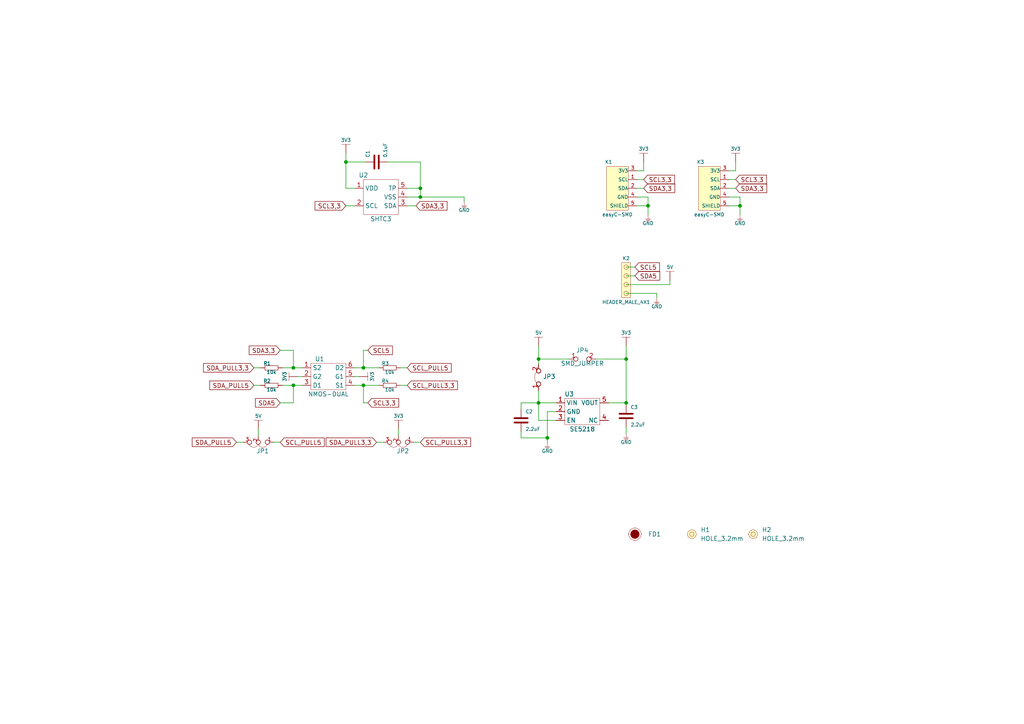
<source format=kicad_sch>
(kicad_sch (version 20210126) (generator eeschema)

  (paper "A4")

  (lib_symbols
    (symbol "e-radionica.com schematics:0603C" (pin_numbers hide) (pin_names (offset 0.002)) (in_bom yes) (on_board yes)
      (property "Reference" "C" (id 0) (at -0.635 3.175 0)
        (effects (font (size 1 1)))
      )
      (property "Value" "0603C" (id 1) (at 0 -3.175 0)
        (effects (font (size 1 1)))
      )
      (property "Footprint" "e-radionica.com footprinti:0603C" (id 2) (at 0 0 0)
        (effects (font (size 1 1)) hide)
      )
      (property "Datasheet" "" (id 3) (at 0 0 0)
        (effects (font (size 1 1)) hide)
      )
      (symbol "0603C_0_1"
        (polyline
          (pts
            (xy -0.635 1.905)
            (xy -0.635 -1.905)
          )
          (stroke (width 0.5)) (fill (type none))
        )
        (polyline
          (pts
            (xy 0.635 1.905)
            (xy 0.635 -1.905)
          )
          (stroke (width 0.5)) (fill (type none))
        )
      )
      (symbol "0603C_1_1"
        (pin passive line (at 3.175 0 180) (length 2.54)
          (name "~" (effects (font (size 1.27 1.27))))
          (number "2" (effects (font (size 1.27 1.27))))
        )
        (pin passive line (at -3.175 0 0) (length 2.54)
          (name "~" (effects (font (size 1.27 1.27))))
          (number "1" (effects (font (size 1.27 1.27))))
        )
      )
    )
    (symbol "e-radionica.com schematics:0603R" (pin_numbers hide) (pin_names (offset 0.254)) (in_bom yes) (on_board yes)
      (property "Reference" "R" (id 0) (at -1.905 1.905 0)
        (effects (font (size 1 1)))
      )
      (property "Value" "0603R" (id 1) (at 0 -1.905 0)
        (effects (font (size 1 1)))
      )
      (property "Footprint" "e-radionica.com footprinti:0603R" (id 2) (at -0.635 1.905 0)
        (effects (font (size 1 1)) hide)
      )
      (property "Datasheet" "" (id 3) (at -0.635 1.905 0)
        (effects (font (size 1 1)) hide)
      )
      (symbol "0603R_0_1"
        (rectangle (start -1.905 0.635) (end -1.8796 -0.635)
          (stroke (width 0.1)) (fill (type none))
        )
        (rectangle (start -1.905 0.635) (end 1.905 0.6096)
          (stroke (width 0.1)) (fill (type none))
        )
        (rectangle (start -1.905 -0.635) (end 1.905 -0.6604)
          (stroke (width 0.1)) (fill (type none))
        )
        (rectangle (start 1.905 0.635) (end 1.9304 -0.635)
          (stroke (width 0.1)) (fill (type none))
        )
      )
      (symbol "0603R_1_1"
        (pin passive line (at -3.175 0 0) (length 1.27)
          (name "~" (effects (font (size 1.27 1.27))))
          (number "1" (effects (font (size 1.27 1.27))))
        )
        (pin passive line (at 3.175 0 180) (length 1.27)
          (name "~" (effects (font (size 1.27 1.27))))
          (number "2" (effects (font (size 1.27 1.27))))
        )
      )
    )
    (symbol "e-radionica.com schematics:3V3" (power) (pin_names (offset 0)) (in_bom yes) (on_board yes)
      (property "Reference" "#PWR" (id 0) (at 4.445 0 0)
        (effects (font (size 1 1)) hide)
      )
      (property "Value" "3V3" (id 1) (at 0 3.556 0)
        (effects (font (size 1 1)))
      )
      (property "Footprint" "" (id 2) (at 4.445 3.81 0)
        (effects (font (size 1 1)) hide)
      )
      (property "Datasheet" "" (id 3) (at 4.445 3.81 0)
        (effects (font (size 1 1)) hide)
      )
      (property "ki_keywords" "power-flag" (id 4) (at 0 0 0)
        (effects (font (size 1.27 1.27)) hide)
      )
      (property "ki_description" "Power symbol creates a global label with name \"+3V3\"" (id 5) (at 0 0 0)
        (effects (font (size 1.27 1.27)) hide)
      )
      (symbol "3V3_0_1"
        (polyline
          (pts
            (xy 0 0)
            (xy 0 2.54)
          )
          (stroke (width 0)) (fill (type none))
        )
        (polyline
          (pts
            (xy -1.27 2.54)
            (xy 1.27 2.54)
          )
          (stroke (width 0.0006)) (fill (type none))
        )
      )
      (symbol "3V3_1_1"
        (pin power_in line (at 0 0 90) (length 0) hide
          (name "3V3" (effects (font (size 1.27 1.27))))
          (number "1" (effects (font (size 1.27 1.27))))
        )
      )
    )
    (symbol "e-radionica.com schematics:5V" (power) (pin_names (offset 0)) (in_bom yes) (on_board yes)
      (property "Reference" "#PWR" (id 0) (at 4.445 0 0)
        (effects (font (size 1 1)) hide)
      )
      (property "Value" "5V" (id 1) (at 0 3.556 0)
        (effects (font (size 1 1)))
      )
      (property "Footprint" "" (id 2) (at 4.445 3.81 0)
        (effects (font (size 1 1)) hide)
      )
      (property "Datasheet" "" (id 3) (at 4.445 3.81 0)
        (effects (font (size 1 1)) hide)
      )
      (property "ki_keywords" "power-flag" (id 4) (at 0 0 0)
        (effects (font (size 1.27 1.27)) hide)
      )
      (property "ki_description" "Power symbol creates a global label with name \"+3V3\"" (id 5) (at 0 0 0)
        (effects (font (size 1.27 1.27)) hide)
      )
      (symbol "5V_0_1"
        (polyline
          (pts
            (xy 0 0)
            (xy 0 2.54)
          )
          (stroke (width 0)) (fill (type none))
        )
        (polyline
          (pts
            (xy -1.27 2.54)
            (xy 1.27 2.54)
          )
          (stroke (width 0.0006)) (fill (type none))
        )
      )
      (symbol "5V_1_1"
        (pin power_in line (at 0 0 90) (length 0) hide
          (name "5V" (effects (font (size 1.27 1.27))))
          (number "1" (effects (font (size 1.27 1.27))))
        )
      )
    )
    (symbol "e-radionica.com schematics:Fiducial_Stencil" (pin_numbers hide) (pin_names hide) (in_bom yes) (on_board yes)
      (property "Reference" "FD?" (id 0) (at 0 3.048 0)
        (effects (font (size 1.27 1.27)))
      )
      (property "Value" "Fiducial_Stencil" (id 1) (at 0 -2.794 0)
        (effects (font (size 1.27 1.27)) hide)
      )
      (property "Footprint" "e-radionica.com footprinti:FIDUCIAL_1MM_PASTE" (id 2) (at 0 -6.35 0)
        (effects (font (size 1.27 1.27)) hide)
      )
      (property "Datasheet" "" (id 3) (at 0 0 0)
        (effects (font (size 1.27 1.27)) hide)
      )
      (symbol "Fiducial_Stencil_0_1"
        (circle (center 0 0) (radius 1.7961) (stroke (width 0.0006)) (fill (type none)))
        (circle (center 0 0) (radius 1.27) (stroke (width 0.001)) (fill (type outline)))
        (polyline
          (pts
            (xy 1.778 0)
            (xy 2.032 0)
          )
          (stroke (width 0.0006)) (fill (type none))
        )
        (polyline
          (pts
            (xy 0 1.778)
            (xy 0 2.032)
          )
          (stroke (width 0.0006)) (fill (type none))
        )
        (polyline
          (pts
            (xy -1.778 0)
            (xy -2.032 0)
          )
          (stroke (width 0.0006)) (fill (type none))
        )
        (polyline
          (pts
            (xy 0 -1.778)
            (xy 0 -2.032)
          )
          (stroke (width 0.0006)) (fill (type none))
        )
      )
    )
    (symbol "e-radionica.com schematics:GND" (power) (pin_names (offset 0)) (in_bom yes) (on_board yes)
      (property "Reference" "#PWR" (id 0) (at 4.445 0 0)
        (effects (font (size 1 1)) hide)
      )
      (property "Value" "GND" (id 1) (at 0 -2.921 0)
        (effects (font (size 1 1)))
      )
      (property "Footprint" "" (id 2) (at 4.445 3.81 0)
        (effects (font (size 1 1)) hide)
      )
      (property "Datasheet" "" (id 3) (at 4.445 3.81 0)
        (effects (font (size 1 1)) hide)
      )
      (property "ki_keywords" "power-flag" (id 4) (at 0 0 0)
        (effects (font (size 1.27 1.27)) hide)
      )
      (property "ki_description" "Power symbol creates a global label with name \"+3V3\"" (id 5) (at 0 0 0)
        (effects (font (size 1.27 1.27)) hide)
      )
      (symbol "GND_0_1"
        (polyline
          (pts
            (xy 0 0)
            (xy 0 -1.27)
          )
          (stroke (width 0.0006)) (fill (type none))
        )
        (polyline
          (pts
            (xy -0.762 -1.27)
            (xy 0.762 -1.27)
          )
          (stroke (width 0.0006)) (fill (type none))
        )
        (polyline
          (pts
            (xy -0.381 -1.778)
            (xy 0.381 -1.778)
          )
          (stroke (width 0.0006)) (fill (type none))
        )
        (polyline
          (pts
            (xy -0.127 -2.032)
            (xy 0.127 -2.032)
          )
          (stroke (width 0.0006)) (fill (type none))
        )
        (polyline
          (pts
            (xy -0.635 -1.524)
            (xy 0.635 -1.524)
          )
          (stroke (width 0.0006)) (fill (type none))
        )
      )
      (symbol "GND_1_1"
        (pin power_in line (at 0 0 270) (length 0) hide
          (name "GND" (effects (font (size 1.27 1.27))))
          (number "1" (effects (font (size 1.27 1.27))))
        )
      )
    )
    (symbol "e-radionica.com schematics:HEADER_MALE_4X1" (pin_numbers hide) (pin_names hide) (in_bom yes) (on_board yes)
      (property "Reference" "K" (id 0) (at -0.635 7.62 0)
        (effects (font (size 1 1)))
      )
      (property "Value" "HEADER_MALE_4X1" (id 1) (at 0 -5.08 0)
        (effects (font (size 1 1)))
      )
      (property "Footprint" "e-radionica.com footprinti:HEADER_MALE_4X1" (id 2) (at 0 -2.54 0)
        (effects (font (size 1 1)) hide)
      )
      (property "Datasheet" "" (id 3) (at 0 -2.54 0)
        (effects (font (size 1 1)) hide)
      )
      (symbol "HEADER_MALE_4X1_0_1"
        (circle (center 0 -2.54) (radius 0.635) (stroke (width 0.0006)) (fill (type none)))
        (circle (center 0 0) (radius 0.635) (stroke (width 0.0006)) (fill (type none)))
        (circle (center 0 2.54) (radius 0.635) (stroke (width 0.0006)) (fill (type none)))
        (circle (center 0 5.08) (radius 0.635) (stroke (width 0.0006)) (fill (type none)))
        (rectangle (start 1.27 -3.81) (end -1.27 6.35)
          (stroke (width 0.001)) (fill (type background))
        )
      )
      (symbol "HEADER_MALE_4X1_1_1"
        (pin passive line (at 0 -2.54 180) (length 0)
          (name "~" (effects (font (size 1 1))))
          (number "1" (effects (font (size 1 1))))
        )
        (pin passive line (at 0 0 180) (length 0)
          (name "~" (effects (font (size 1 1))))
          (number "2" (effects (font (size 1 1))))
        )
        (pin passive line (at 0 2.54 180) (length 0)
          (name "~" (effects (font (size 1 1))))
          (number "3" (effects (font (size 1 1))))
        )
        (pin passive line (at 0 5.08 180) (length 0)
          (name "~" (effects (font (size 1 1))))
          (number "4" (effects (font (size 1 1))))
        )
      )
    )
    (symbol "e-radionica.com schematics:HOLE_3.2mm" (pin_numbers hide) (pin_names hide) (in_bom yes) (on_board yes)
      (property "Reference" "H" (id 0) (at 0 2.54 0)
        (effects (font (size 1.27 1.27)))
      )
      (property "Value" "HOLE_3.2mm" (id 1) (at 0 -2.54 0)
        (effects (font (size 1.27 1.27)))
      )
      (property "Footprint" "e-radionica.com footprinti:HOLE_3.2mm" (id 2) (at 0 0 0)
        (effects (font (size 1.27 1.27)) hide)
      )
      (property "Datasheet" "" (id 3) (at 0 0 0)
        (effects (font (size 1.27 1.27)) hide)
      )
      (symbol "HOLE_3.2mm_0_1"
        (circle (center 0 0) (radius 1.27) (stroke (width 0.001)) (fill (type background)))
        (circle (center 0 0) (radius 0.635) (stroke (width 0.0006)) (fill (type none)))
      )
    )
    (symbol "e-radionica.com schematics:NMOS-DUAL" (in_bom yes) (on_board yes)
      (property "Reference" "U" (id 0) (at -3.81 5.08 0)
        (effects (font (size 1.27 1.27)))
      )
      (property "Value" "NMOS-DUAL" (id 1) (at 0 -5.08 0)
        (effects (font (size 1.27 1.27)))
      )
      (property "Footprint" "e-radionica.com footprinti:SOT-363" (id 2) (at 0 -7.62 0)
        (effects (font (size 1.27 1.27)) hide)
      )
      (property "Datasheet" "" (id 3) (at 0 -2.54 0)
        (effects (font (size 1.27 1.27)) hide)
      )
      (symbol "NMOS-DUAL_0_1"
        (rectangle (start -5.08 3.81) (end 5.08 -3.81)
          (stroke (width 0.0006)) (fill (type none))
        )
      )
      (symbol "NMOS-DUAL_1_1"
        (pin input line (at -7.62 2.54 0) (length 2.54)
          (name "S2" (effects (font (size 1.27 1.27))))
          (number "1" (effects (font (size 1.27 1.27))))
        )
        (pin input line (at -7.62 0 0) (length 2.54)
          (name "G2" (effects (font (size 1.27 1.27))))
          (number "2" (effects (font (size 1.27 1.27))))
        )
        (pin input line (at -7.62 -2.54 0) (length 2.54)
          (name "D1" (effects (font (size 1.27 1.27))))
          (number "3" (effects (font (size 1.27 1.27))))
        )
        (pin input line (at 7.62 -2.54 180) (length 2.54)
          (name "S1" (effects (font (size 1.27 1.27))))
          (number "4" (effects (font (size 1.27 1.27))))
        )
        (pin input line (at 7.62 0 180) (length 2.54)
          (name "G1" (effects (font (size 1.27 1.27))))
          (number "5" (effects (font (size 1.27 1.27))))
        )
        (pin input line (at 7.62 2.54 180) (length 2.54)
          (name "D2" (effects (font (size 1.27 1.27))))
          (number "6" (effects (font (size 1.27 1.27))))
        )
      )
    )
    (symbol "e-radionica.com schematics:SE5218" (in_bom yes) (on_board yes)
      (property "Reference" "U" (id 0) (at -3.81 5.08 0)
        (effects (font (size 1.27 1.27)))
      )
      (property "Value" "SE5218" (id 1) (at 0 -5.08 0)
        (effects (font (size 1.27 1.27)))
      )
      (property "Footprint" "e-radionica.com footprinti:SOT-23-5" (id 2) (at 0 0 0)
        (effects (font (size 1.27 1.27)) hide)
      )
      (property "Datasheet" "" (id 3) (at 0 0 0)
        (effects (font (size 1.27 1.27)) hide)
      )
      (symbol "SE5218_0_1"
        (rectangle (start -5.08 3.81) (end 5.08 -3.81)
          (stroke (width 0.0006)) (fill (type none))
        )
      )
      (symbol "SE5218_1_1"
        (pin power_in line (at -7.62 2.54 0) (length 2.54)
          (name "VIN" (effects (font (size 1.27 1.27))))
          (number "1" (effects (font (size 1.27 1.27))))
        )
        (pin power_in line (at -7.62 0 0) (length 2.54)
          (name "GND" (effects (font (size 1.27 1.27))))
          (number "2" (effects (font (size 1.27 1.27))))
        )
        (pin input line (at -7.62 -2.54 0) (length 2.54)
          (name "EN" (effects (font (size 1.27 1.27))))
          (number "3" (effects (font (size 1.27 1.27))))
        )
        (pin passive line (at 7.62 -2.54 180) (length 2.54)
          (name "NC" (effects (font (size 1.27 1.27))))
          (number "4" (effects (font (size 1.27 1.27))))
        )
        (pin power_out line (at 7.62 2.54 180) (length 2.54)
          (name "VOUT" (effects (font (size 1.27 1.27))))
          (number "5" (effects (font (size 1.27 1.27))))
        )
      )
    )
    (symbol "e-radionica.com schematics:SHTC3" (in_bom yes) (on_board yes)
      (property "Reference" "U" (id 0) (at -3.81 8.89 0)
        (effects (font (size 1.27 1.27)))
      )
      (property "Value" "SHTC3" (id 1) (at 0 -3.81 0)
        (effects (font (size 1.27 1.27)))
      )
      (property "Footprint" "e-radionica.com footprinti:SHTC3" (id 2) (at 0 -6.35 0)
        (effects (font (size 1.27 1.27)) hide)
      )
      (property "Datasheet" "" (id 3) (at 0 0 0)
        (effects (font (size 1.27 1.27)) hide)
      )
      (symbol "SHTC3_0_1"
        (rectangle (start -5.08 7.62) (end 5.08 -2.54)
          (stroke (width 0.0006)) (fill (type none))
        )
      )
      (symbol "SHTC3_1_1"
        (pin power_in line (at -7.62 5.08 0) (length 2.54)
          (name "VDD" (effects (font (size 1.27 1.27))))
          (number "1" (effects (font (size 1.27 1.27))))
        )
        (pin bidirectional line (at -7.62 0 0) (length 2.54)
          (name "SCL" (effects (font (size 1.27 1.27))))
          (number "2" (effects (font (size 1.27 1.27))))
        )
        (pin bidirectional line (at 7.62 0 180) (length 2.54)
          (name "SDA" (effects (font (size 1.27 1.27))))
          (number "3" (effects (font (size 1.27 1.27))))
        )
        (pin power_in line (at 7.62 2.54 180) (length 2.54)
          (name "VSS" (effects (font (size 1.27 1.27))))
          (number "4" (effects (font (size 1.27 1.27))))
        )
        (pin power_in line (at 7.62 5.08 180) (length 2.54)
          (name "TP" (effects (font (size 1.27 1.27))))
          (number "5" (effects (font (size 1.27 1.27))))
        )
      )
    )
    (symbol "e-radionica.com schematics:SMD-JUMPER-CONNECTED_TRACE_NOSLODERMASK" (in_bom yes) (on_board yes)
      (property "Reference" "JP" (id 0) (at 0 3.556 0)
        (effects (font (size 1.27 1.27)))
      )
      (property "Value" "SMD-JUMPER-CONNECTED_TRACE_NOSLODERMASK" (id 1) (at 0 -2.54 0)
        (effects (font (size 1.27 1.27)))
      )
      (property "Footprint" "e-radionica.com footprinti:SMD-JUMPER-CONNECTED_TRACE_NOSLODERMASK" (id 2) (at 0 0 0)
        (effects (font (size 1.27 1.27)) hide)
      )
      (property "Datasheet" "" (id 3) (at 0 0 0)
        (effects (font (size 1.27 1.27)) hide)
      )
      (symbol "SMD-JUMPER-CONNECTED_TRACE_NOSLODERMASK_0_1"
        (arc (start -1.8034 0.5588) (end 1.397 0.5842) (radius (at -0.1875 -1.4124) (length 2.5489) (angles 129.3 51.6))
          (stroke (width 0.0006)) (fill (type none))
        )
      )
      (symbol "SMD-JUMPER-CONNECTED_TRACE_NOSLODERMASK_1_1"
        (pin passive inverted (at -4.064 0 0) (length 2.54)
          (name "" (effects (font (size 1.27 1.27))))
          (number "1" (effects (font (size 1.27 1.27))))
        )
        (pin passive inverted (at 3.556 0 180) (length 2.54)
          (name "" (effects (font (size 1.27 1.27))))
          (number "2" (effects (font (size 1.27 1.27))))
        )
      )
    )
    (symbol "e-radionica.com schematics:SMD_JUMPER" (in_bom yes) (on_board yes)
      (property "Reference" "JP" (id 0) (at 0 1.397 0)
        (effects (font (size 1.27 1.27)))
      )
      (property "Value" "SMD_JUMPER" (id 1) (at 0.508 -3.048 0)
        (effects (font (size 1.27 1.27)))
      )
      (property "Footprint" "e-radionica.com footprinti:SMD_JUMPER" (id 2) (at 0 0 0)
        (effects (font (size 1.27 1.27)) hide)
      )
      (property "Datasheet" "" (id 3) (at 0 0 0)
        (effects (font (size 1.27 1.27)) hide)
      )
      (symbol "SMD_JUMPER_1_1"
        (pin passive inverted (at -3.81 0 0) (length 2.54)
          (name "" (effects (font (size 1.27 1.27))))
          (number "1" (effects (font (size 1.27 1.27))))
        )
        (pin passive inverted (at 3.81 0 180) (length 2.54)
          (name "" (effects (font (size 1.27 1.27))))
          (number "2" (effects (font (size 1.27 1.27))))
        )
      )
    )
    (symbol "e-radionica.com schematics:SMD_JUMPER_3_PAD_TRACE" (in_bom yes) (on_board yes)
      (property "Reference" "JP" (id 0) (at 0.0254 5.461 0)
        (effects (font (size 1.27 1.27)))
      )
      (property "Value" "SMD_JUMPER_3_PAD_TRACE" (id 1) (at 0.3048 -4.572 0)
        (effects (font (size 1.27 1.27)))
      )
      (property "Footprint" "e-radionica.com footprinti:SMD_JUMPER_3_PAD_TRACE" (id 2) (at 0 -1.27 0)
        (effects (font (size 1.27 1.27)) hide)
      )
      (property "Datasheet" "" (id 3) (at 0 0 0)
        (effects (font (size 1.27 1.27)) hide)
      )
      (symbol "SMD_JUMPER_3_PAD_TRACE_0_1"
        (arc (start -2.6162 0.6096) (end 0 0.5842) (radius (at -1.3133 0.057) (length 1.4152) (angles 157 21.9))
          (stroke (width 0.0006)) (fill (type none))
        )
        (arc (start 0 0.6096) (end 2.5908 0.6604) (radius (at 1.308 -0.0085) (length 1.4467) (angles 154.7 27.5))
          (stroke (width 0.0006)) (fill (type none))
        )
      )
      (symbol "SMD_JUMPER_3_PAD_TRACE_1_1"
        (pin passive inverted (at -4.5212 -0.0254 0) (length 2.54)
          (name "" (effects (font (size 1 1))))
          (number "1" (effects (font (size 1 1))))
        )
        (pin passive inverted (at 0.0254 -1.9304 90) (length 2.54)
          (name "" (effects (font (size 1 1))))
          (number "2" (effects (font (size 1 1))))
        )
        (pin passive inverted (at 4.4704 0 180) (length 2.54)
          (name "" (effects (font (size 1 1))))
          (number "3" (effects (font (size 1 1))))
        )
      )
    )
    (symbol "e-radionica.com schematics:easyC-SMD" (pin_names (offset 0.002)) (in_bom yes) (on_board yes)
      (property "Reference" "K" (id 0) (at -2.54 10.16 0)
        (effects (font (size 1 1)))
      )
      (property "Value" "easyC-SMD" (id 1) (at 0 -5.08 0)
        (effects (font (size 1 1)))
      )
      (property "Footprint" "e-radionica.com footprinti:easyC-connector" (id 2) (at 3.175 2.54 0)
        (effects (font (size 1 1)) hide)
      )
      (property "Datasheet" "" (id 3) (at 3.175 2.54 0)
        (effects (font (size 1 1)) hide)
      )
      (symbol "easyC-SMD_0_1"
        (rectangle (start -3.175 8.89) (end 3.175 -3.81)
          (stroke (width 0.001)) (fill (type background))
        )
      )
      (symbol "easyC-SMD_1_1"
        (pin passive line (at 5.715 5.08 180) (length 2.54)
          (name "SCL" (effects (font (size 1 1))))
          (number "1" (effects (font (size 1 1))))
        )
        (pin passive line (at 5.715 2.54 180) (length 2.54)
          (name "SDA" (effects (font (size 1 1))))
          (number "2" (effects (font (size 1 1))))
        )
        (pin passive line (at 5.715 7.62 180) (length 2.54)
          (name "3V3" (effects (font (size 1 1))))
          (number "3" (effects (font (size 1 1))))
        )
        (pin passive line (at 5.715 0 180) (length 2.54)
          (name "GND" (effects (font (size 1 1))))
          (number "4" (effects (font (size 1 1))))
        )
        (pin passive line (at 5.715 -2.54 180) (length 2.54)
          (name "SHIELD" (effects (font (size 1 1))))
          (number "5" (effects (font (size 1 1))))
        )
      )
    )
  )

  (junction (at 85.09 106.68) (diameter 0.9144) (color 0 0 0 0))
  (junction (at 85.09 111.76) (diameter 0.9144) (color 0 0 0 0))
  (junction (at 100.33 46.99) (diameter 0.9144) (color 0 0 0 0))
  (junction (at 105.41 106.68) (diameter 0.9144) (color 0 0 0 0))
  (junction (at 105.41 111.76) (diameter 0.9144) (color 0 0 0 0))
  (junction (at 121.92 54.61) (diameter 0.9144) (color 0 0 0 0))
  (junction (at 121.92 57.15) (diameter 0.9144) (color 0 0 0 0))
  (junction (at 156.21 104.14) (diameter 0.9144) (color 0 0 0 0))
  (junction (at 156.21 116.84) (diameter 0.9144) (color 0 0 0 0))
  (junction (at 158.75 127) (diameter 0.9144) (color 0 0 0 0))
  (junction (at 181.61 104.14) (diameter 0.9144) (color 0 0 0 0))
  (junction (at 181.61 116.84) (diameter 0.9144) (color 0 0 0 0))
  (junction (at 187.96 59.69) (diameter 0.9144) (color 0 0 0 0))
  (junction (at 214.63 59.69) (diameter 0.9144) (color 0 0 0 0))

  (wire (pts (xy 68.58 128.27) (xy 70.4596 128.27))
    (stroke (width 0) (type solid) (color 0 0 0 0))
    (uuid 8391ce23-9c99-41a7-b494-f64ca6502f91)
  )
  (wire (pts (xy 73.66 106.68) (xy 75.565 106.68))
    (stroke (width 0) (type solid) (color 0 0 0 0))
    (uuid de2ee380-0f3f-4492-94c3-ddf299967ad7)
  )
  (wire (pts (xy 73.66 111.76) (xy 75.565 111.76))
    (stroke (width 0) (type solid) (color 0 0 0 0))
    (uuid 5557b9aa-bd53-4fde-a2ec-a5582b5898cf)
  )
  (wire (pts (xy 74.9046 124.46) (xy 74.93 124.46))
    (stroke (width 0) (type solid) (color 0 0 0 0))
    (uuid 2e8302ba-bf39-4d93-a13b-e73a72c86ecf)
  )
  (wire (pts (xy 74.9046 126.3396) (xy 74.9046 124.46))
    (stroke (width 0) (type solid) (color 0 0 0 0))
    (uuid 32d51c2b-dd4d-4d5d-810a-e1919a0597b9)
  )
  (wire (pts (xy 79.4512 128.2446) (xy 81.28 128.2446))
    (stroke (width 0) (type solid) (color 0 0 0 0))
    (uuid 66f6f04c-d9ae-4fee-9ed2-7b6b450eac84)
  )
  (wire (pts (xy 81.28 101.6) (xy 85.09 101.6))
    (stroke (width 0) (type solid) (color 0 0 0 0))
    (uuid b8b3fc86-b66d-491e-b1fb-0ef36b5a04b5)
  )
  (wire (pts (xy 81.28 116.84) (xy 85.09 116.84))
    (stroke (width 0) (type solid) (color 0 0 0 0))
    (uuid 9f534a2c-06da-405b-be23-9767a6370bc7)
  )
  (wire (pts (xy 81.28 128.2446) (xy 81.28 128.27))
    (stroke (width 0) (type solid) (color 0 0 0 0))
    (uuid 23855902-efc9-45e7-95c5-1a571e911350)
  )
  (wire (pts (xy 81.915 106.68) (xy 85.09 106.68))
    (stroke (width 0) (type solid) (color 0 0 0 0))
    (uuid 1d863994-a1a8-44b9-b18f-cc5480fcd179)
  )
  (wire (pts (xy 81.915 111.76) (xy 85.09 111.76))
    (stroke (width 0) (type solid) (color 0 0 0 0))
    (uuid 99949a17-5dab-4b46-9088-1f66b34a4f7f)
  )
  (wire (pts (xy 85.09 101.6) (xy 85.09 106.68))
    (stroke (width 0) (type solid) (color 0 0 0 0))
    (uuid e95bd198-eaf6-4b5e-805d-504badde0772)
  )
  (wire (pts (xy 85.09 106.68) (xy 87.63 106.68))
    (stroke (width 0) (type solid) (color 0 0 0 0))
    (uuid bda5d48f-946e-41b6-bf2c-c58ee9a8cc37)
  )
  (wire (pts (xy 85.09 111.76) (xy 87.63 111.76))
    (stroke (width 0) (type solid) (color 0 0 0 0))
    (uuid 02cdb88a-2d30-46c2-8380-0f4e077b45fd)
  )
  (wire (pts (xy 85.09 116.84) (xy 85.09 111.76))
    (stroke (width 0) (type solid) (color 0 0 0 0))
    (uuid c2a26c71-6bad-481b-9f83-503923ca3051)
  )
  (wire (pts (xy 86.36 109.22) (xy 87.63 109.22))
    (stroke (width 0) (type solid) (color 0 0 0 0))
    (uuid 9ad736e0-92a9-4280-99f2-12a7108b900b)
  )
  (wire (pts (xy 100.33 44.45) (xy 100.33 46.99))
    (stroke (width 0) (type solid) (color 0 0 0 0))
    (uuid f1a125e6-6d5d-40cc-be77-78e6a2605098)
  )
  (wire (pts (xy 100.33 46.99) (xy 100.33 54.61))
    (stroke (width 0) (type solid) (color 0 0 0 0))
    (uuid f1a125e6-6d5d-40cc-be77-78e6a2605098)
  )
  (wire (pts (xy 100.33 46.99) (xy 106.045 46.99))
    (stroke (width 0) (type solid) (color 0 0 0 0))
    (uuid 24c59ca9-aeba-4f08-ab83-a5a3d97c6d49)
  )
  (wire (pts (xy 100.33 59.69) (xy 102.87 59.69))
    (stroke (width 0) (type solid) (color 0 0 0 0))
    (uuid 10ec9de8-0347-4dba-9fe3-4c4d331153c5)
  )
  (wire (pts (xy 102.87 54.61) (xy 100.33 54.61))
    (stroke (width 0) (type solid) (color 0 0 0 0))
    (uuid 29e6a42f-55ef-4cec-9b4d-9808589b70fb)
  )
  (wire (pts (xy 102.87 106.68) (xy 105.41 106.68))
    (stroke (width 0) (type solid) (color 0 0 0 0))
    (uuid 32bf70cd-a41d-48a4-8f46-49460ded5ba3)
  )
  (wire (pts (xy 102.87 109.22) (xy 104.14 109.22))
    (stroke (width 0) (type solid) (color 0 0 0 0))
    (uuid 009997d6-1245-471a-aec4-55cb20d9df6c)
  )
  (wire (pts (xy 102.87 111.76) (xy 105.41 111.76))
    (stroke (width 0) (type solid) (color 0 0 0 0))
    (uuid 89581dd8-ad43-4014-99c8-aa0ea4e9b309)
  )
  (wire (pts (xy 105.41 101.6) (xy 105.41 106.68))
    (stroke (width 0) (type solid) (color 0 0 0 0))
    (uuid a7527419-ae1a-438f-88fd-435c75c83cf7)
  )
  (wire (pts (xy 105.41 106.68) (xy 109.855 106.68))
    (stroke (width 0) (type solid) (color 0 0 0 0))
    (uuid 7625652c-4a0f-4016-875b-80b13b6282b7)
  )
  (wire (pts (xy 105.41 111.76) (xy 109.855 111.76))
    (stroke (width 0) (type solid) (color 0 0 0 0))
    (uuid 1cb4625c-c608-49df-aee0-fbab59337599)
  )
  (wire (pts (xy 105.41 116.84) (xy 105.41 111.76))
    (stroke (width 0) (type solid) (color 0 0 0 0))
    (uuid 7b9f14fc-adf8-4fbd-9e00-0f54bcae7f56)
  )
  (wire (pts (xy 106.68 101.6) (xy 105.41 101.6))
    (stroke (width 0) (type solid) (color 0 0 0 0))
    (uuid f74f223d-eb61-4d01-bfd3-bc622dc0564e)
  )
  (wire (pts (xy 106.68 116.84) (xy 105.41 116.84))
    (stroke (width 0) (type solid) (color 0 0 0 0))
    (uuid 824f095e-6fcb-44b8-9cbe-5748b6cfae2e)
  )
  (wire (pts (xy 109.22 128.27) (xy 111.0996 128.27))
    (stroke (width 0) (type solid) (color 0 0 0 0))
    (uuid 70229038-44da-4a93-8011-8cdc2aaf3de7)
  )
  (wire (pts (xy 112.395 46.99) (xy 121.92 46.99))
    (stroke (width 0) (type solid) (color 0 0 0 0))
    (uuid 8284c22e-73d0-4300-bab8-65b5be9eda3c)
  )
  (wire (pts (xy 115.5446 124.46) (xy 115.57 124.46))
    (stroke (width 0) (type solid) (color 0 0 0 0))
    (uuid 9c9e8224-9b96-482f-984b-09a6240fd830)
  )
  (wire (pts (xy 115.5446 126.3396) (xy 115.5446 124.46))
    (stroke (width 0) (type solid) (color 0 0 0 0))
    (uuid 1a735a0c-daf7-45b3-89fc-4d7372663057)
  )
  (wire (pts (xy 116.205 106.68) (xy 118.11 106.68))
    (stroke (width 0) (type solid) (color 0 0 0 0))
    (uuid b6c67a40-fd4b-477e-a3f1-ff85939d2b50)
  )
  (wire (pts (xy 116.205 111.76) (xy 118.11 111.76))
    (stroke (width 0) (type solid) (color 0 0 0 0))
    (uuid 958ffaaa-ae49-421a-b4d1-976ee68990fa)
  )
  (wire (pts (xy 118.11 54.61) (xy 121.92 54.61))
    (stroke (width 0) (type solid) (color 0 0 0 0))
    (uuid 11a83d00-e560-4739-8bfc-e666b447f938)
  )
  (wire (pts (xy 118.11 57.15) (xy 121.92 57.15))
    (stroke (width 0) (type solid) (color 0 0 0 0))
    (uuid e1cebfea-7c46-40e3-a9e9-42dec4c92540)
  )
  (wire (pts (xy 118.11 59.69) (xy 120.65 59.69))
    (stroke (width 0) (type solid) (color 0 0 0 0))
    (uuid 92d32e9a-3a8b-4ac1-be88-6d6d69de653f)
  )
  (wire (pts (xy 120.0912 128.2446) (xy 120.0912 128.27))
    (stroke (width 0) (type solid) (color 0 0 0 0))
    (uuid ed885530-cb2d-4243-bc4d-d5bec65b3e18)
  )
  (wire (pts (xy 120.0912 128.27) (xy 121.92 128.27))
    (stroke (width 0) (type solid) (color 0 0 0 0))
    (uuid 8007a0dc-8075-49ac-a612-b1aaae470bf3)
  )
  (wire (pts (xy 121.92 46.99) (xy 121.92 54.61))
    (stroke (width 0) (type solid) (color 0 0 0 0))
    (uuid ba5faa58-5482-4622-a4e9-b047fb9619c1)
  )
  (wire (pts (xy 121.92 54.61) (xy 121.92 57.15))
    (stroke (width 0) (type solid) (color 0 0 0 0))
    (uuid ba5faa58-5482-4622-a4e9-b047fb9619c1)
  )
  (wire (pts (xy 121.92 57.15) (xy 134.62 57.15))
    (stroke (width 0) (type solid) (color 0 0 0 0))
    (uuid e1cebfea-7c46-40e3-a9e9-42dec4c92540)
  )
  (wire (pts (xy 134.62 57.15) (xy 134.62 58.42))
    (stroke (width 0) (type solid) (color 0 0 0 0))
    (uuid e1cebfea-7c46-40e3-a9e9-42dec4c92540)
  )
  (wire (pts (xy 151.13 116.84) (xy 156.21 116.84))
    (stroke (width 0) (type solid) (color 0 0 0 0))
    (uuid 4f0463f7-5c59-4e4a-9313-ca3814a92126)
  )
  (wire (pts (xy 151.13 118.745) (xy 151.13 116.84))
    (stroke (width 0) (type solid) (color 0 0 0 0))
    (uuid 04d3bed6-5463-42b3-aab5-b7ca4b7b1f37)
  )
  (wire (pts (xy 151.13 125.095) (xy 151.13 127))
    (stroke (width 0) (type solid) (color 0 0 0 0))
    (uuid b54efca7-3a79-404d-99dc-4ba4e5cdc66a)
  )
  (wire (pts (xy 151.13 127) (xy 158.75 127))
    (stroke (width 0) (type solid) (color 0 0 0 0))
    (uuid 773e74c3-9ce1-4350-ae70-28c661d9e95a)
  )
  (wire (pts (xy 156.21 100.33) (xy 156.21 104.14))
    (stroke (width 0) (type solid) (color 0 0 0 0))
    (uuid 23613c12-cd0c-42ec-96c5-186ef0c4e92a)
  )
  (wire (pts (xy 156.21 104.14) (xy 156.21 105.664))
    (stroke (width 0) (type solid) (color 0 0 0 0))
    (uuid 2e19d192-0205-471e-a4f3-0b2ba07b541d)
  )
  (wire (pts (xy 156.21 104.14) (xy 165.1 104.14))
    (stroke (width 0) (type solid) (color 0 0 0 0))
    (uuid e2e13ebd-6a2e-498e-a812-757c52440d51)
  )
  (wire (pts (xy 156.21 113.284) (xy 156.21 116.84))
    (stroke (width 0) (type solid) (color 0 0 0 0))
    (uuid f327010d-d89b-43eb-96eb-2622e15d0e2f)
  )
  (wire (pts (xy 156.21 121.92) (xy 156.21 116.84))
    (stroke (width 0) (type solid) (color 0 0 0 0))
    (uuid 0a5bcc4c-dff0-4776-ab7f-28ea8a761197)
  )
  (wire (pts (xy 158.75 119.38) (xy 158.75 127))
    (stroke (width 0) (type solid) (color 0 0 0 0))
    (uuid 5c992f54-feb6-409a-9a1e-4180f1518877)
  )
  (wire (pts (xy 158.75 127) (xy 158.75 128.27))
    (stroke (width 0) (type solid) (color 0 0 0 0))
    (uuid b48ac29d-caff-4d9b-b4e4-0397a3fccb70)
  )
  (wire (pts (xy 161.29 116.84) (xy 156.21 116.84))
    (stroke (width 0) (type solid) (color 0 0 0 0))
    (uuid 23b285a4-e267-48db-881f-d7b1434e44ed)
  )
  (wire (pts (xy 161.29 119.38) (xy 158.75 119.38))
    (stroke (width 0) (type solid) (color 0 0 0 0))
    (uuid 350fe26b-0fba-4ae4-8831-670396d5ef62)
  )
  (wire (pts (xy 161.29 121.92) (xy 156.21 121.92))
    (stroke (width 0) (type solid) (color 0 0 0 0))
    (uuid 06d8fbea-971b-4b49-b150-478823314410)
  )
  (wire (pts (xy 172.72 104.14) (xy 181.61 104.14))
    (stroke (width 0) (type solid) (color 0 0 0 0))
    (uuid 9e190f7b-3f18-436a-b149-f72d4cf32abe)
  )
  (wire (pts (xy 176.53 116.84) (xy 181.61 116.84))
    (stroke (width 0) (type solid) (color 0 0 0 0))
    (uuid 76b1ca97-5b22-4c82-bd11-710230b84e47)
  )
  (wire (pts (xy 181.61 77.47) (xy 184.15 77.47))
    (stroke (width 0) (type solid) (color 0 0 0 0))
    (uuid 38a12f41-bf04-4e6c-a66d-2d58c4a8163a)
  )
  (wire (pts (xy 181.61 80.01) (xy 184.15 80.01))
    (stroke (width 0) (type solid) (color 0 0 0 0))
    (uuid 9c778a9c-bc7d-4248-a262-2f78f695c367)
  )
  (wire (pts (xy 181.61 82.55) (xy 194.31 82.55))
    (stroke (width 0) (type solid) (color 0 0 0 0))
    (uuid cab01e2b-b76a-4274-bf76-a6edfae8688e)
  )
  (wire (pts (xy 181.61 85.09) (xy 190.5 85.09))
    (stroke (width 0) (type solid) (color 0 0 0 0))
    (uuid bf2e32dd-a898-4322-ae1d-7bcb836f6ed3)
  )
  (wire (pts (xy 181.61 104.14) (xy 181.61 100.33))
    (stroke (width 0) (type solid) (color 0 0 0 0))
    (uuid ea923a73-6835-4643-8c63-7e0c73d8fc26)
  )
  (wire (pts (xy 181.61 104.14) (xy 181.61 116.84))
    (stroke (width 0) (type solid) (color 0 0 0 0))
    (uuid 2111c50d-2056-4898-8c5c-fb040bdd4c6d)
  )
  (wire (pts (xy 181.61 116.84) (xy 181.61 117.475))
    (stroke (width 0) (type solid) (color 0 0 0 0))
    (uuid facbbb33-2b79-4693-9b45-4be77b7042c7)
  )
  (wire (pts (xy 181.61 123.825) (xy 181.61 125.73))
    (stroke (width 0) (type solid) (color 0 0 0 0))
    (uuid 738946f8-125b-4a78-9d4b-8217487bd67e)
  )
  (wire (pts (xy 184.785 49.53) (xy 186.69 49.53))
    (stroke (width 0) (type solid) (color 0 0 0 0))
    (uuid 1b39aee0-c0bf-4efc-ad47-c93600da45f5)
  )
  (wire (pts (xy 184.785 52.07) (xy 186.69 52.07))
    (stroke (width 0) (type solid) (color 0 0 0 0))
    (uuid 27d6f82a-cee2-4623-bbdb-c171aeeb97bb)
  )
  (wire (pts (xy 184.785 54.61) (xy 186.69 54.61))
    (stroke (width 0) (type solid) (color 0 0 0 0))
    (uuid 8b2e7645-a827-4064-a85f-fec6df32ce26)
  )
  (wire (pts (xy 184.785 57.15) (xy 187.96 57.15))
    (stroke (width 0) (type solid) (color 0 0 0 0))
    (uuid e73a9466-7be0-4518-ad73-12b95fcd1364)
  )
  (wire (pts (xy 184.785 59.69) (xy 187.96 59.69))
    (stroke (width 0) (type solid) (color 0 0 0 0))
    (uuid 1ddb76af-1e6b-44a3-939e-ab42b2e2b05b)
  )
  (wire (pts (xy 186.69 49.53) (xy 186.69 46.99))
    (stroke (width 0) (type solid) (color 0 0 0 0))
    (uuid c9934460-3750-435b-a57b-9d07a88d7bff)
  )
  (wire (pts (xy 187.96 57.15) (xy 187.96 59.69))
    (stroke (width 0) (type solid) (color 0 0 0 0))
    (uuid 23f4a875-f4f5-4538-92f7-b44ec665465a)
  )
  (wire (pts (xy 187.96 59.69) (xy 187.96 62.23))
    (stroke (width 0) (type solid) (color 0 0 0 0))
    (uuid 9a52ad2f-744e-4d67-8a18-d114e054e4d3)
  )
  (wire (pts (xy 190.5 85.09) (xy 190.5 86.36))
    (stroke (width 0) (type solid) (color 0 0 0 0))
    (uuid 9598a340-bd2f-4a9c-8a5c-1cdb88d14630)
  )
  (wire (pts (xy 194.31 82.55) (xy 194.31 81.28))
    (stroke (width 0) (type solid) (color 0 0 0 0))
    (uuid 5c3baf8a-2e21-49f8-9419-3f49ee61f16a)
  )
  (wire (pts (xy 211.455 49.53) (xy 213.36 49.53))
    (stroke (width 0) (type solid) (color 0 0 0 0))
    (uuid f3aa3775-19ee-45e9-ad7e-4c3780caf40b)
  )
  (wire (pts (xy 211.455 52.07) (xy 213.36 52.07))
    (stroke (width 0) (type solid) (color 0 0 0 0))
    (uuid 9d931e49-b823-49a2-9b33-02a898a17688)
  )
  (wire (pts (xy 211.455 54.61) (xy 213.36 54.61))
    (stroke (width 0) (type solid) (color 0 0 0 0))
    (uuid a0d7f5bc-0478-48f8-87df-0638f85b82b6)
  )
  (wire (pts (xy 211.455 57.15) (xy 214.63 57.15))
    (stroke (width 0) (type solid) (color 0 0 0 0))
    (uuid 4b4fa516-4f35-456d-928b-b1970986e9f9)
  )
  (wire (pts (xy 211.455 59.69) (xy 214.63 59.69))
    (stroke (width 0) (type solid) (color 0 0 0 0))
    (uuid b2b26b38-eddf-4b2f-96ae-261134d37363)
  )
  (wire (pts (xy 213.36 49.53) (xy 213.36 46.99))
    (stroke (width 0) (type solid) (color 0 0 0 0))
    (uuid ce8cce55-fdb0-4cc5-90fd-060ec9f793fd)
  )
  (wire (pts (xy 214.63 57.15) (xy 214.63 59.69))
    (stroke (width 0) (type solid) (color 0 0 0 0))
    (uuid 4ac94236-a91e-40dc-aea7-938ffc197c32)
  )
  (wire (pts (xy 214.63 59.69) (xy 214.63 62.23))
    (stroke (width 0) (type solid) (color 0 0 0 0))
    (uuid 2003e1b8-f57a-4106-8fd4-a190886b632f)
  )

  (global_label "SDA_PULL5" (shape input) (at 68.58 128.27 180)
    (effects (font (size 1.27 1.27)) (justify right))
    (uuid ab38c05d-40d5-43bc-aecb-4be0d18d80ed)
    (property "Intersheet References" "${INTERSHEET_REFS}" (id 0) (at 54.241 128.1906 0)
      (effects (font (size 1.27 1.27)) (justify right) hide)
    )
  )
  (global_label "SDA_PULL3,3" (shape input) (at 73.66 106.68 180)
    (effects (font (size 1.27 1.27)) (justify right))
    (uuid f5af4d8d-5d61-4166-90f8-a022d3e46f12)
    (property "Intersheet References" "${INTERSHEET_REFS}" (id 0) (at 57.5067 106.6006 0)
      (effects (font (size 1.27 1.27)) (justify right) hide)
    )
  )
  (global_label "SDA_PULL5" (shape input) (at 73.66 111.76 180)
    (effects (font (size 1.27 1.27)) (justify right))
    (uuid d2263c60-53cb-4b98-8b08-ecb2b9ff64e3)
    (property "Intersheet References" "${INTERSHEET_REFS}" (id 0) (at 59.321 111.6806 0)
      (effects (font (size 1.27 1.27)) (justify right) hide)
    )
  )
  (global_label "SDA3,3" (shape input) (at 81.28 101.6 180)
    (effects (font (size 1.27 1.27)) (justify right))
    (uuid 7f82ebc2-e81d-479d-a5c6-ec114cb6cf20)
    (property "Intersheet References" "${INTERSHEET_REFS}" (id 0) (at 70.751 101.5206 0)
      (effects (font (size 1.27 1.27)) (justify right) hide)
    )
  )
  (global_label "SDA5" (shape input) (at 81.28 116.84 180)
    (effects (font (size 1.27 1.27)) (justify right))
    (uuid ad46fbcb-9d1c-4dc2-83ec-f18d72910692)
    (property "Intersheet References" "${INTERSHEET_REFS}" (id 0) (at 72.5653 116.7606 0)
      (effects (font (size 1.27 1.27)) (justify right) hide)
    )
  )
  (global_label "SCL_PULL5" (shape input) (at 81.28 128.27 0)
    (effects (font (size 1.27 1.27)) (justify left))
    (uuid 66894c05-9821-4cfd-b6c7-69e4d63c7359)
    (property "Intersheet References" "${INTERSHEET_REFS}" (id 0) (at 95.5585 128.1906 0)
      (effects (font (size 1.27 1.27)) (justify left) hide)
    )
  )
  (global_label "SCL3,3" (shape input) (at 100.33 59.69 180)
    (effects (font (size 1.27 1.27)) (justify right))
    (uuid 4299413e-b67c-409f-aa06-4bfc3a44bd58)
    (property "Intersheet References" "${INTERSHEET_REFS}" (id 0) (at 89.8615 59.7694 0)
      (effects (font (size 1.27 1.27)) (justify right) hide)
    )
  )
  (global_label "SCL5" (shape input) (at 106.68 101.6 0)
    (effects (font (size 1.27 1.27)) (justify left))
    (uuid 4667da5e-e1ac-428d-8b87-56d0dc179a77)
    (property "Intersheet References" "${INTERSHEET_REFS}" (id 0) (at 115.3342 101.5206 0)
      (effects (font (size 1.27 1.27)) (justify left) hide)
    )
  )
  (global_label "SCL3,3" (shape input) (at 106.68 116.84 0)
    (effects (font (size 1.27 1.27)) (justify left))
    (uuid fe651877-81ed-4abd-b662-510cb1bf3fc8)
    (property "Intersheet References" "${INTERSHEET_REFS}" (id 0) (at 117.1485 116.7606 0)
      (effects (font (size 1.27 1.27)) (justify left) hide)
    )
  )
  (global_label "SDA_PULL3,3" (shape input) (at 109.22 128.27 180)
    (effects (font (size 1.27 1.27)) (justify right))
    (uuid 6e075f70-2609-4b5c-a7bc-cb344fc52540)
    (property "Intersheet References" "${INTERSHEET_REFS}" (id 0) (at 93.0667 128.1906 0)
      (effects (font (size 1.27 1.27)) (justify right) hide)
    )
  )
  (global_label "SCL_PULL5" (shape input) (at 118.11 106.68 0)
    (effects (font (size 1.27 1.27)) (justify left))
    (uuid cb23807c-09c3-4b7b-84a7-10c5268aec5c)
    (property "Intersheet References" "${INTERSHEET_REFS}" (id 0) (at 132.3885 106.6006 0)
      (effects (font (size 1.27 1.27)) (justify left) hide)
    )
  )
  (global_label "SCL_PULL3,3" (shape input) (at 118.11 111.76 0)
    (effects (font (size 1.27 1.27)) (justify left))
    (uuid 08eeebb1-f689-4aaf-9ee2-a8ccdecce07c)
    (property "Intersheet References" "${INTERSHEET_REFS}" (id 0) (at 134.2028 111.6806 0)
      (effects (font (size 1.27 1.27)) (justify left) hide)
    )
  )
  (global_label "SDA3,3" (shape input) (at 120.65 59.69 0)
    (effects (font (size 1.27 1.27)) (justify left))
    (uuid 5b1d1415-1198-4869-98e8-b70d3ee6ecc2)
    (property "Intersheet References" "${INTERSHEET_REFS}" (id 0) (at 131.179 59.7694 0)
      (effects (font (size 1.27 1.27)) (justify left) hide)
    )
  )
  (global_label "SCL_PULL3,3" (shape input) (at 121.92 128.27 0)
    (effects (font (size 1.27 1.27)) (justify left))
    (uuid 8b2f1f4a-b8a7-4d0c-a724-f4a3343493bc)
    (property "Intersheet References" "${INTERSHEET_REFS}" (id 0) (at 138.0128 128.1906 0)
      (effects (font (size 1.27 1.27)) (justify left) hide)
    )
  )
  (global_label "SCL5" (shape input) (at 184.15 77.47 0)
    (effects (font (size 1.27 1.27)) (justify left))
    (uuid 32ddb364-24c2-4b4a-bf76-6aa682575082)
    (property "Intersheet References" "${INTERSHEET_REFS}" (id 0) (at 192.8042 77.3906 0)
      (effects (font (size 1.27 1.27)) (justify left) hide)
    )
  )
  (global_label "SDA5" (shape input) (at 184.15 80.01 0)
    (effects (font (size 1.27 1.27)) (justify left))
    (uuid 03564df0-25cf-4dfc-a5c8-e75c360839ea)
    (property "Intersheet References" "${INTERSHEET_REFS}" (id 0) (at 192.8647 80.0894 0)
      (effects (font (size 1.27 1.27)) (justify left) hide)
    )
  )
  (global_label "SCL3,3" (shape input) (at 186.69 52.07 0)
    (effects (font (size 1.27 1.27)) (justify left))
    (uuid e29c0cf0-a260-4ead-bbed-f475b92e878b)
    (property "Intersheet References" "${INTERSHEET_REFS}" (id 0) (at 197.1585 51.9906 0)
      (effects (font (size 1.27 1.27)) (justify left) hide)
    )
  )
  (global_label "SDA3,3" (shape input) (at 186.69 54.61 0)
    (effects (font (size 1.27 1.27)) (justify left))
    (uuid f9e758ea-94a4-4eb4-b5c1-aa578bdb8c17)
    (property "Intersheet References" "${INTERSHEET_REFS}" (id 0) (at 197.219 54.6894 0)
      (effects (font (size 1.27 1.27)) (justify left) hide)
    )
  )
  (global_label "SCL3,3" (shape input) (at 213.36 52.07 0)
    (effects (font (size 1.27 1.27)) (justify left))
    (uuid 09a11ab2-7aca-489f-b3a8-896d409758b5)
    (property "Intersheet References" "${INTERSHEET_REFS}" (id 0) (at 223.8285 51.9906 0)
      (effects (font (size 1.27 1.27)) (justify left) hide)
    )
  )
  (global_label "SDA3,3" (shape input) (at 213.36 54.61 0)
    (effects (font (size 1.27 1.27)) (justify left))
    (uuid 3e07503f-5692-4a28-bf2d-3bc144fd6a6d)
    (property "Intersheet References" "${INTERSHEET_REFS}" (id 0) (at 223.889 54.6894 0)
      (effects (font (size 1.27 1.27)) (justify left) hide)
    )
  )

  (symbol (lib_id "e-radionica.com schematics:GND") (at 134.62 58.42 0) (unit 1)
    (in_bom yes) (on_board yes)
    (uuid 2c2dad83-2609-4f81-a6ec-c3a01d92b3ff)
    (property "Reference" "#PWR06" (id 0) (at 139.065 58.42 0)
      (effects (font (size 1 1)) hide)
    )
    (property "Value" "GND" (id 1) (at 134.62 60.96 0)
      (effects (font (size 1 1)))
    )
    (property "Footprint" "" (id 2) (at 139.065 54.61 0)
      (effects (font (size 1 1)) hide)
    )
    (property "Datasheet" "" (id 3) (at 139.065 54.61 0)
      (effects (font (size 1 1)) hide)
    )
    (pin "1" (uuid fed0bd48-665b-4bdc-b711-cb8c9ea0fb71))
  )

  (symbol (lib_id "e-radionica.com schematics:GND") (at 158.75 128.27 0) (unit 1)
    (in_bom yes) (on_board yes)
    (uuid fb6bae66-49bd-4fd8-9d70-ae078861914e)
    (property "Reference" "#PWR08" (id 0) (at 163.195 128.27 0)
      (effects (font (size 1 1)) hide)
    )
    (property "Value" "GND" (id 1) (at 158.75 130.81 0)
      (effects (font (size 1 1)))
    )
    (property "Footprint" "" (id 2) (at 163.195 124.46 0)
      (effects (font (size 1 1)) hide)
    )
    (property "Datasheet" "" (id 3) (at 163.195 124.46 0)
      (effects (font (size 1 1)) hide)
    )
    (pin "1" (uuid fed0bd48-665b-4bdc-b711-cb8c9ea0fb71))
  )

  (symbol (lib_id "e-radionica.com schematics:GND") (at 181.61 125.73 0) (unit 1)
    (in_bom yes) (on_board yes)
    (uuid aea0af2e-39f1-49fe-be39-c62f863af95c)
    (property "Reference" "#PWR010" (id 0) (at 186.055 125.73 0)
      (effects (font (size 1 1)) hide)
    )
    (property "Value" "GND" (id 1) (at 181.61 128.27 0)
      (effects (font (size 1 1)))
    )
    (property "Footprint" "" (id 2) (at 186.055 121.92 0)
      (effects (font (size 1 1)) hide)
    )
    (property "Datasheet" "" (id 3) (at 186.055 121.92 0)
      (effects (font (size 1 1)) hide)
    )
    (pin "1" (uuid fed0bd48-665b-4bdc-b711-cb8c9ea0fb71))
  )

  (symbol (lib_id "e-radionica.com schematics:GND") (at 187.96 62.23 0) (unit 1)
    (in_bom yes) (on_board yes)
    (uuid 6eb6a896-ad5c-4797-b259-a9a6a4e45843)
    (property "Reference" "#PWR012" (id 0) (at 192.405 62.23 0)
      (effects (font (size 1 1)) hide)
    )
    (property "Value" "GND" (id 1) (at 187.96 64.77 0)
      (effects (font (size 1 1)))
    )
    (property "Footprint" "" (id 2) (at 192.405 58.42 0)
      (effects (font (size 1 1)) hide)
    )
    (property "Datasheet" "" (id 3) (at 192.405 58.42 0)
      (effects (font (size 1 1)) hide)
    )
    (pin "1" (uuid fed0bd48-665b-4bdc-b711-cb8c9ea0fb71))
  )

  (symbol (lib_id "e-radionica.com schematics:GND") (at 190.5 86.36 0) (unit 1)
    (in_bom yes) (on_board yes)
    (uuid 040f5cd3-1a40-445d-9db4-20f3ff0dfa71)
    (property "Reference" "#PWR013" (id 0) (at 194.945 86.36 0)
      (effects (font (size 1 1)) hide)
    )
    (property "Value" "GND" (id 1) (at 190.5 88.9 0)
      (effects (font (size 1 1)))
    )
    (property "Footprint" "" (id 2) (at 194.945 82.55 0)
      (effects (font (size 1 1)) hide)
    )
    (property "Datasheet" "" (id 3) (at 194.945 82.55 0)
      (effects (font (size 1 1)) hide)
    )
    (pin "1" (uuid fed0bd48-665b-4bdc-b711-cb8c9ea0fb71))
  )

  (symbol (lib_id "e-radionica.com schematics:GND") (at 214.63 62.23 0) (unit 1)
    (in_bom yes) (on_board yes)
    (uuid 506ec825-7401-40d0-856a-a039bae3df06)
    (property "Reference" "#PWR016" (id 0) (at 219.075 62.23 0)
      (effects (font (size 1 1)) hide)
    )
    (property "Value" "GND" (id 1) (at 214.63 64.77 0)
      (effects (font (size 1 1)))
    )
    (property "Footprint" "" (id 2) (at 219.075 58.42 0)
      (effects (font (size 1 1)) hide)
    )
    (property "Datasheet" "" (id 3) (at 219.075 58.42 0)
      (effects (font (size 1 1)) hide)
    )
    (pin "1" (uuid fed0bd48-665b-4bdc-b711-cb8c9ea0fb71))
  )

  (symbol (lib_id "e-radionica.com schematics:HOLE_3.2mm") (at 200.66 154.94 0) (unit 1)
    (in_bom yes) (on_board yes)
    (uuid a744da33-dc8e-48cc-ad3e-073f175def0c)
    (property "Reference" "H1" (id 0) (at 203.2 153.67 0)
      (effects (font (size 1.27 1.27)) (justify left))
    )
    (property "Value" "HOLE_3.2mm" (id 1) (at 203.2 156.21 0)
      (effects (font (size 1.27 1.27)) (justify left))
    )
    (property "Footprint" "e-radionica.com footprinti:HOLE_3.2mm" (id 2) (at 200.66 154.94 0)
      (effects (font (size 1.27 1.27)) hide)
    )
    (property "Datasheet" "" (id 3) (at 200.66 154.94 0)
      (effects (font (size 1.27 1.27)) hide)
    )
  )

  (symbol (lib_id "e-radionica.com schematics:HOLE_3.2mm") (at 218.44 154.94 0) (unit 1)
    (in_bom yes) (on_board yes)
    (uuid 8fc26fd1-677f-4f11-a0d3-fb531922172e)
    (property "Reference" "H2" (id 0) (at 220.98 153.67 0)
      (effects (font (size 1.27 1.27)) (justify left))
    )
    (property "Value" "HOLE_3.2mm" (id 1) (at 220.98 156.21 0)
      (effects (font (size 1.27 1.27)) (justify left))
    )
    (property "Footprint" "e-radionica.com footprinti:HOLE_3.2mm" (id 2) (at 218.44 154.94 0)
      (effects (font (size 1.27 1.27)) hide)
    )
    (property "Datasheet" "" (id 3) (at 218.44 154.94 0)
      (effects (font (size 1.27 1.27)) hide)
    )
  )

  (symbol (lib_id "e-radionica.com schematics:5V") (at 74.93 124.46 0) (unit 1)
    (in_bom yes) (on_board yes)
    (uuid 9b504769-a052-4d4f-ba95-99723649f3c1)
    (property "Reference" "#PWR01" (id 0) (at 79.375 124.46 0)
      (effects (font (size 1 1)) hide)
    )
    (property "Value" "5V" (id 1) (at 74.93 120.65 0)
      (effects (font (size 1 1)))
    )
    (property "Footprint" "" (id 2) (at 79.375 120.65 0)
      (effects (font (size 1 1)) hide)
    )
    (property "Datasheet" "" (id 3) (at 79.375 120.65 0)
      (effects (font (size 1 1)) hide)
    )
    (pin "1" (uuid 53261457-0dd1-4b90-b4c8-78648060af60))
  )

  (symbol (lib_id "e-radionica.com schematics:3V3") (at 86.36 109.22 90) (unit 1)
    (in_bom yes) (on_board yes)
    (uuid 8ac74037-ac03-4a59-9f14-f7056b05776f)
    (property "Reference" "#PWR02" (id 0) (at 86.36 104.775 0)
      (effects (font (size 1 1)) hide)
    )
    (property "Value" "3V3" (id 1) (at 82.55 109.22 0)
      (effects (font (size 1 1)))
    )
    (property "Footprint" "" (id 2) (at 82.55 104.775 0)
      (effects (font (size 1 1)) hide)
    )
    (property "Datasheet" "" (id 3) (at 82.55 104.775 0)
      (effects (font (size 1 1)) hide)
    )
    (pin "1" (uuid a09a6d68-ee79-490a-8b5d-4067484555f6))
  )

  (symbol (lib_id "e-radionica.com schematics:3V3") (at 100.33 44.45 0) (unit 1)
    (in_bom yes) (on_board yes)
    (uuid 86ef323d-9e57-4ef7-8888-8d29fe0e4081)
    (property "Reference" "#PWR03" (id 0) (at 104.775 44.45 0)
      (effects (font (size 1 1)) hide)
    )
    (property "Value" "3V3" (id 1) (at 100.33 40.64 0)
      (effects (font (size 1 1)))
    )
    (property "Footprint" "" (id 2) (at 104.775 40.64 0)
      (effects (font (size 1 1)) hide)
    )
    (property "Datasheet" "" (id 3) (at 104.775 40.64 0)
      (effects (font (size 1 1)) hide)
    )
    (pin "1" (uuid a09a6d68-ee79-490a-8b5d-4067484555f6))
  )

  (symbol (lib_id "e-radionica.com schematics:3V3") (at 104.14 109.22 270) (unit 1)
    (in_bom yes) (on_board yes)
    (uuid 57452294-8f33-4f5c-857f-fd48835b3a11)
    (property "Reference" "#PWR04" (id 0) (at 104.14 113.665 0)
      (effects (font (size 1 1)) hide)
    )
    (property "Value" "3V3" (id 1) (at 107.95 109.22 0)
      (effects (font (size 1 1)))
    )
    (property "Footprint" "" (id 2) (at 107.95 113.665 0)
      (effects (font (size 1 1)) hide)
    )
    (property "Datasheet" "" (id 3) (at 107.95 113.665 0)
      (effects (font (size 1 1)) hide)
    )
    (pin "1" (uuid a09a6d68-ee79-490a-8b5d-4067484555f6))
  )

  (symbol (lib_id "e-radionica.com schematics:3V3") (at 115.57 124.46 0) (unit 1)
    (in_bom yes) (on_board yes)
    (uuid 9ea25a9b-7ceb-4c9f-8f92-065a5e6a00a9)
    (property "Reference" "#PWR05" (id 0) (at 120.015 124.46 0)
      (effects (font (size 1 1)) hide)
    )
    (property "Value" "3V3" (id 1) (at 115.57 120.65 0)
      (effects (font (size 1 1)))
    )
    (property "Footprint" "" (id 2) (at 120.015 120.65 0)
      (effects (font (size 1 1)) hide)
    )
    (property "Datasheet" "" (id 3) (at 120.015 120.65 0)
      (effects (font (size 1 1)) hide)
    )
    (pin "1" (uuid a09a6d68-ee79-490a-8b5d-4067484555f6))
  )

  (symbol (lib_id "e-radionica.com schematics:5V") (at 156.21 100.33 0) (unit 1)
    (in_bom yes) (on_board yes)
    (uuid 1bea204f-06a4-4c97-94e9-dcee432d2505)
    (property "Reference" "#PWR07" (id 0) (at 160.655 100.33 0)
      (effects (font (size 1 1)) hide)
    )
    (property "Value" "5V" (id 1) (at 156.21 96.52 0)
      (effects (font (size 1 1)))
    )
    (property "Footprint" "" (id 2) (at 160.655 96.52 0)
      (effects (font (size 1 1)) hide)
    )
    (property "Datasheet" "" (id 3) (at 160.655 96.52 0)
      (effects (font (size 1 1)) hide)
    )
    (pin "1" (uuid 53261457-0dd1-4b90-b4c8-78648060af60))
  )

  (symbol (lib_id "e-radionica.com schematics:3V3") (at 181.61 100.33 0) (unit 1)
    (in_bom yes) (on_board yes)
    (uuid 6f5ad565-9abb-4d49-b213-5967c5d5a4e7)
    (property "Reference" "#PWR09" (id 0) (at 186.055 100.33 0)
      (effects (font (size 1 1)) hide)
    )
    (property "Value" "3V3" (id 1) (at 181.61 96.52 0)
      (effects (font (size 1 1)))
    )
    (property "Footprint" "" (id 2) (at 186.055 96.52 0)
      (effects (font (size 1 1)) hide)
    )
    (property "Datasheet" "" (id 3) (at 186.055 96.52 0)
      (effects (font (size 1 1)) hide)
    )
    (pin "1" (uuid a09a6d68-ee79-490a-8b5d-4067484555f6))
  )

  (symbol (lib_id "e-radionica.com schematics:3V3") (at 186.69 46.99 0) (unit 1)
    (in_bom yes) (on_board yes)
    (uuid d7ba4009-c714-4e92-b428-5adb7b601bb6)
    (property "Reference" "#PWR011" (id 0) (at 191.135 46.99 0)
      (effects (font (size 1 1)) hide)
    )
    (property "Value" "3V3" (id 1) (at 186.69 43.18 0)
      (effects (font (size 1 1)))
    )
    (property "Footprint" "" (id 2) (at 191.135 43.18 0)
      (effects (font (size 1 1)) hide)
    )
    (property "Datasheet" "" (id 3) (at 191.135 43.18 0)
      (effects (font (size 1 1)) hide)
    )
    (pin "1" (uuid a09a6d68-ee79-490a-8b5d-4067484555f6))
  )

  (symbol (lib_id "e-radionica.com schematics:5V") (at 194.31 81.28 0) (unit 1)
    (in_bom yes) (on_board yes)
    (uuid 223276ca-658b-45c3-a00d-3a3dbd8de21e)
    (property "Reference" "#PWR014" (id 0) (at 198.755 81.28 0)
      (effects (font (size 1 1)) hide)
    )
    (property "Value" "5V" (id 1) (at 194.31 77.47 0)
      (effects (font (size 1 1)))
    )
    (property "Footprint" "" (id 2) (at 198.755 77.47 0)
      (effects (font (size 1 1)) hide)
    )
    (property "Datasheet" "" (id 3) (at 198.755 77.47 0)
      (effects (font (size 1 1)) hide)
    )
    (pin "1" (uuid 53261457-0dd1-4b90-b4c8-78648060af60))
  )

  (symbol (lib_id "e-radionica.com schematics:3V3") (at 213.36 46.99 0) (unit 1)
    (in_bom yes) (on_board yes)
    (uuid 80a4fa53-ab1d-485a-9337-b9edcf482fa1)
    (property "Reference" "#PWR015" (id 0) (at 217.805 46.99 0)
      (effects (font (size 1 1)) hide)
    )
    (property "Value" "3V3" (id 1) (at 213.36 43.18 0)
      (effects (font (size 1 1)))
    )
    (property "Footprint" "" (id 2) (at 217.805 43.18 0)
      (effects (font (size 1 1)) hide)
    )
    (property "Datasheet" "" (id 3) (at 217.805 43.18 0)
      (effects (font (size 1 1)) hide)
    )
    (pin "1" (uuid a09a6d68-ee79-490a-8b5d-4067484555f6))
  )

  (symbol (lib_id "e-radionica.com schematics:0603R") (at 78.74 106.68 0) (unit 1)
    (in_bom yes) (on_board yes)
    (uuid 40cb80d2-823f-4ee9-b6e6-a67e18376f78)
    (property "Reference" "R1" (id 0) (at 77.47 105.41 0)
      (effects (font (size 1 1)))
    )
    (property "Value" "10k" (id 1) (at 78.74 107.95 0)
      (effects (font (size 1 1)))
    )
    (property "Footprint" "e-radionica.com footprinti:0603R" (id 2) (at 78.105 104.775 0)
      (effects (font (size 1 1)) hide)
    )
    (property "Datasheet" "" (id 3) (at 78.105 104.775 0)
      (effects (font (size 1 1)) hide)
    )
    (pin "1" (uuid 36ad8a4a-c156-43ab-8945-ba2f6e429b11))
    (pin "2" (uuid 3f3405b1-3b84-45ee-a54a-ce0df7729e11))
  )

  (symbol (lib_id "e-radionica.com schematics:0603R") (at 78.74 111.76 0) (unit 1)
    (in_bom yes) (on_board yes)
    (uuid 0086d3ef-0452-4b02-8a84-d6b8a56635a3)
    (property "Reference" "R2" (id 0) (at 77.47 110.49 0)
      (effects (font (size 1 1)))
    )
    (property "Value" "10k" (id 1) (at 78.74 113.03 0)
      (effects (font (size 1 1)))
    )
    (property "Footprint" "e-radionica.com footprinti:0603R" (id 2) (at 78.105 109.855 0)
      (effects (font (size 1 1)) hide)
    )
    (property "Datasheet" "" (id 3) (at 78.105 109.855 0)
      (effects (font (size 1 1)) hide)
    )
    (pin "1" (uuid 36ad8a4a-c156-43ab-8945-ba2f6e429b11))
    (pin "2" (uuid 3f3405b1-3b84-45ee-a54a-ce0df7729e11))
  )

  (symbol (lib_id "e-radionica.com schematics:0603R") (at 113.03 106.68 0) (unit 1)
    (in_bom yes) (on_board yes)
    (uuid 4435edee-c6e1-459b-a951-737505d48f1a)
    (property "Reference" "R3" (id 0) (at 111.76 105.41 0)
      (effects (font (size 1 1)))
    )
    (property "Value" "10k" (id 1) (at 113.03 107.95 0)
      (effects (font (size 1 1)))
    )
    (property "Footprint" "e-radionica.com footprinti:0603R" (id 2) (at 112.395 104.775 0)
      (effects (font (size 1 1)) hide)
    )
    (property "Datasheet" "" (id 3) (at 112.395 104.775 0)
      (effects (font (size 1 1)) hide)
    )
    (pin "1" (uuid 36ad8a4a-c156-43ab-8945-ba2f6e429b11))
    (pin "2" (uuid 3f3405b1-3b84-45ee-a54a-ce0df7729e11))
  )

  (symbol (lib_id "e-radionica.com schematics:0603R") (at 113.03 111.76 0) (unit 1)
    (in_bom yes) (on_board yes)
    (uuid a349fcdc-236d-480b-80c1-2ddbdb4f0f65)
    (property "Reference" "R4" (id 0) (at 111.76 110.49 0)
      (effects (font (size 1 1)))
    )
    (property "Value" "10k" (id 1) (at 113.03 113.03 0)
      (effects (font (size 1 1)))
    )
    (property "Footprint" "e-radionica.com footprinti:0603R" (id 2) (at 112.395 109.855 0)
      (effects (font (size 1 1)) hide)
    )
    (property "Datasheet" "" (id 3) (at 112.395 109.855 0)
      (effects (font (size 1 1)) hide)
    )
    (pin "1" (uuid 36ad8a4a-c156-43ab-8945-ba2f6e429b11))
    (pin "2" (uuid 3f3405b1-3b84-45ee-a54a-ce0df7729e11))
  )

  (symbol (lib_id "e-radionica.com schematics:Fiducial_Stencil") (at 184.15 154.94 0) (unit 1)
    (in_bom yes) (on_board yes)
    (uuid 893e88fb-ac8d-4ea5-a808-5a45fd4bceb9)
    (property "Reference" "FD1" (id 0) (at 187.96 154.94 0)
      (effects (font (size 1.27 1.27)) (justify left))
    )
    (property "Value" "Fiducial_Stencil" (id 1) (at 184.15 157.734 0)
      (effects (font (size 1.27 1.27)) hide)
    )
    (property "Footprint" "e-radionica.com footprinti:FIDUCIAL_1MM_PASTE" (id 2) (at 184.15 161.29 0)
      (effects (font (size 1.27 1.27)) hide)
    )
    (property "Datasheet" "" (id 3) (at 184.15 154.94 0)
      (effects (font (size 1.27 1.27)) hide)
    )
  )

  (symbol (lib_id "e-radionica.com schematics:SMD-JUMPER-CONNECTED_TRACE_NOSLODERMASK") (at 156.21 109.22 90) (unit 1)
    (in_bom yes) (on_board yes)
    (uuid bc56b71b-019c-46cb-97d8-5c17bdc71a9e)
    (property "Reference" "JP3" (id 0) (at 157.48 109.22 90)
      (effects (font (size 1.27 1.27)) (justify right))
    )
    (property "Value" "SMD-JUMPER-CONNECTED_TRACE_NOSLODERMASK" (id 1) (at 157.48 110.49 90)
      (effects (font (size 1.27 1.27)) (justify right) hide)
    )
    (property "Footprint" "e-radionica.com footprinti:SMD-JUMPER-CONNECTED_TRACE_NOSLODERMASK" (id 2) (at 156.21 109.22 0)
      (effects (font (size 1.27 1.27)) hide)
    )
    (property "Datasheet" "" (id 3) (at 156.21 109.22 0)
      (effects (font (size 1.27 1.27)) hide)
    )
    (pin "1" (uuid e1dc3c71-d020-42c5-bf14-858a5112ba6c))
    (pin "2" (uuid 7d4eddff-0a1d-4e2b-84ce-588a354f1f48))
  )

  (symbol (lib_id "e-radionica.com schematics:SMD_JUMPER") (at 168.91 104.14 0) (unit 1)
    (in_bom yes) (on_board yes)
    (uuid b2bd0ee4-b69c-4d11-9f0e-11a28f89835d)
    (property "Reference" "JP4" (id 0) (at 168.91 101.6 0))
    (property "Value" "SMD_JUMPER" (id 1) (at 168.91 105.41 0))
    (property "Footprint" "e-radionica.com footprinti:SMD_JUMPER" (id 2) (at 168.91 104.14 0)
      (effects (font (size 1.27 1.27)) hide)
    )
    (property "Datasheet" "" (id 3) (at 168.91 104.14 0)
      (effects (font (size 1.27 1.27)) hide)
    )
    (pin "1" (uuid 796655d8-c455-474e-81a8-19148232e90c))
    (pin "2" (uuid d823a17a-368c-4757-8d44-5a14b35adfd4))
  )

  (symbol (lib_id "e-radionica.com schematics:HEADER_MALE_4X1") (at 181.61 82.55 0) (unit 1)
    (in_bom yes) (on_board yes)
    (uuid ecb7bd2b-d76e-4756-8c87-4ee73217f219)
    (property "Reference" "K2" (id 0) (at 181.61 74.93 0)
      (effects (font (size 1 1)))
    )
    (property "Value" "HEADER_MALE_4X1" (id 1) (at 181.61 87.63 0)
      (effects (font (size 1 1)))
    )
    (property "Footprint" "e-radionica.com footprinti:HEADER_MALE_4X1" (id 2) (at 181.61 85.09 0)
      (effects (font (size 1 1)) hide)
    )
    (property "Datasheet" "" (id 3) (at 181.61 85.09 0)
      (effects (font (size 1 1)) hide)
    )
    (pin "1" (uuid 0f1309fb-ebd9-4d4a-af88-94a637cbdf0f))
    (pin "2" (uuid 4cf7162a-cd06-4338-8f8d-969bff2cc7f0))
    (pin "3" (uuid 25550b89-366b-43b5-bbfe-53f0ccb7602a))
    (pin "4" (uuid e24f2590-04ab-4cf5-be35-59de2095f824))
  )

  (symbol (lib_id "e-radionica.com schematics:0603C") (at 109.22 46.99 180) (unit 1)
    (in_bom yes) (on_board yes)
    (uuid f49b6c78-303a-4a2c-ac5e-0fefa67283cb)
    (property "Reference" "C1" (id 0) (at 106.68 45.72 90)
      (effects (font (size 1 1)) (justify right))
    )
    (property "Value" "0.1uF" (id 1) (at 111.76 45.72 90)
      (effects (font (size 1 1)) (justify right))
    )
    (property "Footprint" "e-radionica.com footprinti:0603C" (id 2) (at 109.22 46.99 0)
      (effects (font (size 1 1)) hide)
    )
    (property "Datasheet" "" (id 3) (at 109.22 46.99 0)
      (effects (font (size 1 1)) hide)
    )
    (pin "2" (uuid 60130a37-8791-4b27-81d5-9d6c3fe8c36f))
    (pin "1" (uuid ec8f10b6-eba3-4882-9a7a-d11271a87f80))
  )

  (symbol (lib_id "e-radionica.com schematics:0603C") (at 151.13 121.92 90) (unit 1)
    (in_bom yes) (on_board yes)
    (uuid cda93656-808a-4330-9422-df0e89d20aca)
    (property "Reference" "C2" (id 0) (at 152.4 119.38 90)
      (effects (font (size 1 1)) (justify right))
    )
    (property "Value" "2.2uF" (id 1) (at 152.4 124.46 90)
      (effects (font (size 1 1)) (justify right))
    )
    (property "Footprint" "e-radionica.com footprinti:0603C" (id 2) (at 151.13 121.92 0)
      (effects (font (size 1 1)) hide)
    )
    (property "Datasheet" "" (id 3) (at 151.13 121.92 0)
      (effects (font (size 1 1)) hide)
    )
    (pin "2" (uuid 60130a37-8791-4b27-81d5-9d6c3fe8c36f))
    (pin "1" (uuid ec8f10b6-eba3-4882-9a7a-d11271a87f80))
  )

  (symbol (lib_id "e-radionica.com schematics:0603C") (at 181.61 120.65 90) (unit 1)
    (in_bom yes) (on_board yes)
    (uuid c882a25b-94a2-4b3f-9554-136429593155)
    (property "Reference" "C3" (id 0) (at 182.88 118.11 90)
      (effects (font (size 1 1)) (justify right))
    )
    (property "Value" "2.2uF" (id 1) (at 182.88 123.19 90)
      (effects (font (size 1 1)) (justify right))
    )
    (property "Footprint" "e-radionica.com footprinti:0603C" (id 2) (at 181.61 120.65 0)
      (effects (font (size 1 1)) hide)
    )
    (property "Datasheet" "" (id 3) (at 181.61 120.65 0)
      (effects (font (size 1 1)) hide)
    )
    (pin "2" (uuid 60130a37-8791-4b27-81d5-9d6c3fe8c36f))
    (pin "1" (uuid ec8f10b6-eba3-4882-9a7a-d11271a87f80))
  )

  (symbol (lib_id "e-radionica.com schematics:SMD_JUMPER_3_PAD_TRACE") (at 74.93 128.27 180) (unit 1)
    (in_bom yes) (on_board yes)
    (uuid 607ab61d-fae5-4e21-86be-f4264352df6e)
    (property "Reference" "JP1" (id 0) (at 76.2 130.81 0))
    (property "Value" "SMD_JUMPER_3_PAD_TRACE" (id 1) (at 74.93 132.08 0)
      (effects (font (size 1.27 1.27)) hide)
    )
    (property "Footprint" "e-radionica.com footprinti:SMD_JUMPER_3_PAD_TRACE" (id 2) (at 74.93 127 0)
      (effects (font (size 1.27 1.27)) hide)
    )
    (property "Datasheet" "" (id 3) (at 74.93 128.27 0)
      (effects (font (size 1.27 1.27)) hide)
    )
    (pin "1" (uuid 97d50da0-1f15-4be5-81b5-2d851e0946f8))
    (pin "2" (uuid ba182e3f-2e25-4103-a84a-3eab4263ae2c))
    (pin "3" (uuid 8ec2b1d1-d799-4f15-9776-14ee5904e3c1))
  )

  (symbol (lib_id "e-radionica.com schematics:SMD_JUMPER_3_PAD_TRACE") (at 115.57 128.27 180) (unit 1)
    (in_bom yes) (on_board yes)
    (uuid 2e0dddf2-dbc5-4257-b725-7a0e91e4d7dd)
    (property "Reference" "JP2" (id 0) (at 116.84 130.81 0))
    (property "Value" "SMD_JUMPER_3_PAD_TRACE" (id 1) (at 115.57 132.08 0)
      (effects (font (size 1.27 1.27)) hide)
    )
    (property "Footprint" "e-radionica.com footprinti:SMD_JUMPER_3_PAD_TRACE" (id 2) (at 115.57 127 0)
      (effects (font (size 1.27 1.27)) hide)
    )
    (property "Datasheet" "" (id 3) (at 115.57 128.27 0)
      (effects (font (size 1.27 1.27)) hide)
    )
    (pin "1" (uuid 97d50da0-1f15-4be5-81b5-2d851e0946f8))
    (pin "2" (uuid ba182e3f-2e25-4103-a84a-3eab4263ae2c))
    (pin "3" (uuid 8ec2b1d1-d799-4f15-9776-14ee5904e3c1))
  )

  (symbol (lib_id "e-radionica.com schematics:easyC-SMD") (at 179.07 57.15 0) (unit 1)
    (in_bom yes) (on_board yes)
    (uuid 3831ebd0-7453-42c3-85b8-2ac26a414215)
    (property "Reference" "K1" (id 0) (at 176.53 46.99 0)
      (effects (font (size 1 1)))
    )
    (property "Value" "easyC-SMD" (id 1) (at 179.07 62.23 0)
      (effects (font (size 1 1)))
    )
    (property "Footprint" "e-radionica.com footprinti:easyC-connector" (id 2) (at 182.245 54.61 0)
      (effects (font (size 1 1)) hide)
    )
    (property "Datasheet" "" (id 3) (at 182.245 54.61 0)
      (effects (font (size 1 1)) hide)
    )
    (pin "1" (uuid e9109841-0268-4b49-8172-a327ed8cd2f8))
    (pin "2" (uuid fbed49d1-82ea-44f0-880d-ed210e0c3926))
    (pin "3" (uuid 339c3498-8677-4dce-a896-c77e3573c017))
    (pin "4" (uuid 987be707-6e35-42f3-a1a3-00c0c42d7efa))
    (pin "5" (uuid d0360f76-36f3-42d7-80e7-892da583b5c0))
  )

  (symbol (lib_id "e-radionica.com schematics:easyC-SMD") (at 205.74 57.15 0) (unit 1)
    (in_bom yes) (on_board yes)
    (uuid 424b98e2-a59d-47f5-88e3-a0b5ff8c1f21)
    (property "Reference" "K3" (id 0) (at 203.2 46.99 0)
      (effects (font (size 1 1)))
    )
    (property "Value" "easyC-SMD" (id 1) (at 205.74 62.23 0)
      (effects (font (size 1 1)))
    )
    (property "Footprint" "e-radionica.com footprinti:easyC-connector" (id 2) (at 208.915 54.61 0)
      (effects (font (size 1 1)) hide)
    )
    (property "Datasheet" "" (id 3) (at 208.915 54.61 0)
      (effects (font (size 1 1)) hide)
    )
    (pin "1" (uuid e9109841-0268-4b49-8172-a327ed8cd2f8))
    (pin "2" (uuid fbed49d1-82ea-44f0-880d-ed210e0c3926))
    (pin "3" (uuid 339c3498-8677-4dce-a896-c77e3573c017))
    (pin "4" (uuid 987be707-6e35-42f3-a1a3-00c0c42d7efa))
    (pin "5" (uuid d0360f76-36f3-42d7-80e7-892da583b5c0))
  )

  (symbol (lib_id "e-radionica.com schematics:NMOS-DUAL") (at 95.25 109.22 0) (unit 1)
    (in_bom yes) (on_board yes)
    (uuid e7c0c72d-28a2-4610-a97a-c12d813524f3)
    (property "Reference" "U1" (id 0) (at 92.71 104.14 0))
    (property "Value" "NMOS-DUAL" (id 1) (at 95.25 114.3 0))
    (property "Footprint" "e-radionica.com footprinti:SOT-363" (id 2) (at 95.25 116.84 0)
      (effects (font (size 1.27 1.27)) hide)
    )
    (property "Datasheet" "" (id 3) (at 95.25 111.76 0)
      (effects (font (size 1.27 1.27)) hide)
    )
    (pin "1" (uuid 95799ffc-0d71-45e3-b0c6-d0ccf0888f41))
    (pin "2" (uuid 93eb0ae2-8fb6-458d-bd1f-d625c64200fe))
    (pin "3" (uuid 4f989a2e-3ff4-4706-9fae-5b096b0faa7b))
    (pin "4" (uuid b70b62b7-e957-4c46-bbb8-d6fb85594bed))
    (pin "5" (uuid 2b2f35e8-1f3f-40fa-90b7-a7ed5f115084))
    (pin "6" (uuid 9a5ab629-9a5f-4c47-9342-d9370f57ba48))
  )

  (symbol (lib_id "e-radionica.com schematics:SE5218") (at 168.91 119.38 0) (unit 1)
    (in_bom yes) (on_board yes)
    (uuid fba1b541-ab32-40ad-8653-262f4c7b3c4c)
    (property "Reference" "U3" (id 0) (at 165.1 114.3 0))
    (property "Value" "SE5218" (id 1) (at 168.91 124.46 0))
    (property "Footprint" "e-radionica.com footprinti:SOT-23-5" (id 2) (at 168.91 119.38 0)
      (effects (font (size 1.27 1.27)) hide)
    )
    (property "Datasheet" "" (id 3) (at 168.91 119.38 0)
      (effects (font (size 1.27 1.27)) hide)
    )
    (pin "1" (uuid b2925cfc-4bb6-4fae-b9a8-10d4765b2c86))
    (pin "2" (uuid a8fcdeae-e92f-4852-acea-5a9cd04ed79b))
    (pin "3" (uuid 4a5fbdcb-90ba-428c-9425-59afaa16ba86))
    (pin "4" (uuid 174ce072-36a8-4791-9bb5-15c55958fbc7))
    (pin "5" (uuid 482f20b4-6081-4912-be6b-01f09784ef70))
  )

  (symbol (lib_id "e-radionica.com schematics:SHTC3") (at 110.49 59.69 0) (unit 1)
    (in_bom yes) (on_board yes)
    (uuid 32acad61-a079-4510-9ba2-1534badd3c36)
    (property "Reference" "U2" (id 0) (at 105.41 50.8 0))
    (property "Value" "SHTC3" (id 1) (at 110.49 63.5 0))
    (property "Footprint" "e-radionica.com footprinti:SHTC3" (id 2) (at 110.49 66.04 0)
      (effects (font (size 1.27 1.27)) hide)
    )
    (property "Datasheet" "" (id 3) (at 110.49 59.69 0)
      (effects (font (size 1.27 1.27)) hide)
    )
    (pin "1" (uuid 8a0ee025-933a-4458-8458-c8a489d03948))
    (pin "2" (uuid 7d3efa32-f582-4dc5-83bf-ad0b874ac6a2))
    (pin "3" (uuid 655e550e-6100-4394-a457-1c0b3c8ae0b4))
    (pin "4" (uuid 52d26f93-969c-4929-a5ac-601409c5f3a5))
    (pin "5" (uuid f094f7a5-9ba6-4e12-a24e-44c9c8fde1b0))
  )

  (sheet_instances
    (path "/" (page "1"))
  )

  (symbol_instances
    (path "/9b504769-a052-4d4f-ba95-99723649f3c1"
      (reference "#PWR01") (unit 1) (value "5V") (footprint "")
    )
    (path "/8ac74037-ac03-4a59-9f14-f7056b05776f"
      (reference "#PWR02") (unit 1) (value "3V3") (footprint "")
    )
    (path "/86ef323d-9e57-4ef7-8888-8d29fe0e4081"
      (reference "#PWR03") (unit 1) (value "3V3") (footprint "")
    )
    (path "/57452294-8f33-4f5c-857f-fd48835b3a11"
      (reference "#PWR04") (unit 1) (value "3V3") (footprint "")
    )
    (path "/9ea25a9b-7ceb-4c9f-8f92-065a5e6a00a9"
      (reference "#PWR05") (unit 1) (value "3V3") (footprint "")
    )
    (path "/2c2dad83-2609-4f81-a6ec-c3a01d92b3ff"
      (reference "#PWR06") (unit 1) (value "GND") (footprint "")
    )
    (path "/1bea204f-06a4-4c97-94e9-dcee432d2505"
      (reference "#PWR07") (unit 1) (value "5V") (footprint "")
    )
    (path "/fb6bae66-49bd-4fd8-9d70-ae078861914e"
      (reference "#PWR08") (unit 1) (value "GND") (footprint "")
    )
    (path "/6f5ad565-9abb-4d49-b213-5967c5d5a4e7"
      (reference "#PWR09") (unit 1) (value "3V3") (footprint "")
    )
    (path "/aea0af2e-39f1-49fe-be39-c62f863af95c"
      (reference "#PWR010") (unit 1) (value "GND") (footprint "")
    )
    (path "/d7ba4009-c714-4e92-b428-5adb7b601bb6"
      (reference "#PWR011") (unit 1) (value "3V3") (footprint "")
    )
    (path "/6eb6a896-ad5c-4797-b259-a9a6a4e45843"
      (reference "#PWR012") (unit 1) (value "GND") (footprint "")
    )
    (path "/040f5cd3-1a40-445d-9db4-20f3ff0dfa71"
      (reference "#PWR013") (unit 1) (value "GND") (footprint "")
    )
    (path "/223276ca-658b-45c3-a00d-3a3dbd8de21e"
      (reference "#PWR014") (unit 1) (value "5V") (footprint "")
    )
    (path "/80a4fa53-ab1d-485a-9337-b9edcf482fa1"
      (reference "#PWR015") (unit 1) (value "3V3") (footprint "")
    )
    (path "/506ec825-7401-40d0-856a-a039bae3df06"
      (reference "#PWR016") (unit 1) (value "GND") (footprint "")
    )
    (path "/f49b6c78-303a-4a2c-ac5e-0fefa67283cb"
      (reference "C1") (unit 1) (value "0.1uF") (footprint "e-radionica.com footprinti:0603C")
    )
    (path "/cda93656-808a-4330-9422-df0e89d20aca"
      (reference "C2") (unit 1) (value "2.2uF") (footprint "e-radionica.com footprinti:0603C")
    )
    (path "/c882a25b-94a2-4b3f-9554-136429593155"
      (reference "C3") (unit 1) (value "2.2uF") (footprint "e-radionica.com footprinti:0603C")
    )
    (path "/893e88fb-ac8d-4ea5-a808-5a45fd4bceb9"
      (reference "FD1") (unit 1) (value "Fiducial_Stencil") (footprint "e-radionica.com footprinti:FIDUCIAL_1MM_PASTE")
    )
    (path "/a744da33-dc8e-48cc-ad3e-073f175def0c"
      (reference "H1") (unit 1) (value "HOLE_3.2mm") (footprint "e-radionica.com footprinti:HOLE_3.2mm")
    )
    (path "/8fc26fd1-677f-4f11-a0d3-fb531922172e"
      (reference "H2") (unit 1) (value "HOLE_3.2mm") (footprint "e-radionica.com footprinti:HOLE_3.2mm")
    )
    (path "/607ab61d-fae5-4e21-86be-f4264352df6e"
      (reference "JP1") (unit 1) (value "SMD_JUMPER_3_PAD_TRACE") (footprint "e-radionica.com footprinti:SMD_JUMPER_3_PAD_TRACE")
    )
    (path "/2e0dddf2-dbc5-4257-b725-7a0e91e4d7dd"
      (reference "JP2") (unit 1) (value "SMD_JUMPER_3_PAD_TRACE") (footprint "e-radionica.com footprinti:SMD_JUMPER_3_PAD_TRACE")
    )
    (path "/bc56b71b-019c-46cb-97d8-5c17bdc71a9e"
      (reference "JP3") (unit 1) (value "SMD-JUMPER-CONNECTED_TRACE_NOSLODERMASK") (footprint "e-radionica.com footprinti:SMD-JUMPER-CONNECTED_TRACE_NOSLODERMASK")
    )
    (path "/b2bd0ee4-b69c-4d11-9f0e-11a28f89835d"
      (reference "JP4") (unit 1) (value "SMD_JUMPER") (footprint "e-radionica.com footprinti:SMD_JUMPER")
    )
    (path "/3831ebd0-7453-42c3-85b8-2ac26a414215"
      (reference "K1") (unit 1) (value "easyC-SMD") (footprint "e-radionica.com footprinti:easyC-connector")
    )
    (path "/ecb7bd2b-d76e-4756-8c87-4ee73217f219"
      (reference "K2") (unit 1) (value "HEADER_MALE_4X1") (footprint "e-radionica.com footprinti:HEADER_MALE_4X1")
    )
    (path "/424b98e2-a59d-47f5-88e3-a0b5ff8c1f21"
      (reference "K3") (unit 1) (value "easyC-SMD") (footprint "e-radionica.com footprinti:easyC-connector")
    )
    (path "/40cb80d2-823f-4ee9-b6e6-a67e18376f78"
      (reference "R1") (unit 1) (value "10k") (footprint "e-radionica.com footprinti:0603R")
    )
    (path "/0086d3ef-0452-4b02-8a84-d6b8a56635a3"
      (reference "R2") (unit 1) (value "10k") (footprint "e-radionica.com footprinti:0603R")
    )
    (path "/4435edee-c6e1-459b-a951-737505d48f1a"
      (reference "R3") (unit 1) (value "10k") (footprint "e-radionica.com footprinti:0603R")
    )
    (path "/a349fcdc-236d-480b-80c1-2ddbdb4f0f65"
      (reference "R4") (unit 1) (value "10k") (footprint "e-radionica.com footprinti:0603R")
    )
    (path "/e7c0c72d-28a2-4610-a97a-c12d813524f3"
      (reference "U1") (unit 1) (value "NMOS-DUAL") (footprint "e-radionica.com footprinti:SOT-363")
    )
    (path "/32acad61-a079-4510-9ba2-1534badd3c36"
      (reference "U2") (unit 1) (value "SHTC3") (footprint "e-radionica.com footprinti:SHTC3")
    )
    (path "/fba1b541-ab32-40ad-8653-262f4c7b3c4c"
      (reference "U3") (unit 1) (value "SE5218") (footprint "e-radionica.com footprinti:SOT-23-5")
    )
  )
)

</source>
